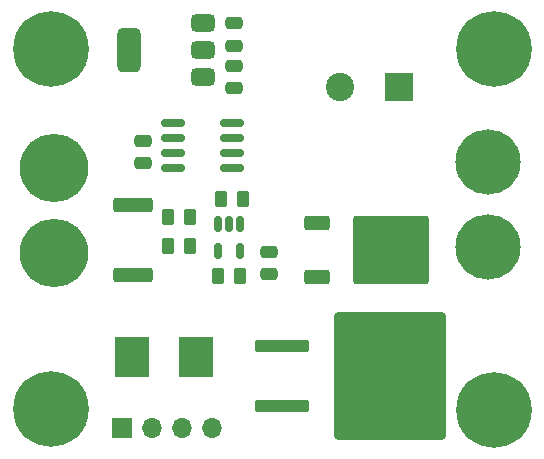
<source format=gbr>
%TF.GenerationSoftware,KiCad,Pcbnew,8.0.6*%
%TF.CreationDate,2024-11-07T10:06:34+11:00*%
%TF.ProjectId,mppt-board,6d707074-2d62-46f6-9172-642e6b696361,rev?*%
%TF.SameCoordinates,Original*%
%TF.FileFunction,Soldermask,Top*%
%TF.FilePolarity,Negative*%
%FSLAX46Y46*%
G04 Gerber Fmt 4.6, Leading zero omitted, Abs format (unit mm)*
G04 Created by KiCad (PCBNEW 8.0.6) date 2024-11-07 10:06:34*
%MOMM*%
%LPD*%
G01*
G04 APERTURE LIST*
G04 Aperture macros list*
%AMRoundRect*
0 Rectangle with rounded corners*
0 $1 Rounding radius*
0 $2 $3 $4 $5 $6 $7 $8 $9 X,Y pos of 4 corners*
0 Add a 4 corners polygon primitive as box body*
4,1,4,$2,$3,$4,$5,$6,$7,$8,$9,$2,$3,0*
0 Add four circle primitives for the rounded corners*
1,1,$1+$1,$2,$3*
1,1,$1+$1,$4,$5*
1,1,$1+$1,$6,$7*
1,1,$1+$1,$8,$9*
0 Add four rect primitives between the rounded corners*
20,1,$1+$1,$2,$3,$4,$5,0*
20,1,$1+$1,$4,$5,$6,$7,0*
20,1,$1+$1,$6,$7,$8,$9,0*
20,1,$1+$1,$8,$9,$2,$3,0*%
G04 Aperture macros list end*
%ADD10R,2.950000X3.500000*%
%ADD11C,5.800000*%
%ADD12RoundRect,0.250000X-0.262500X-0.450000X0.262500X-0.450000X0.262500X0.450000X-0.262500X0.450000X0*%
%ADD13RoundRect,0.150000X-0.150000X0.512500X-0.150000X-0.512500X0.150000X-0.512500X0.150000X0.512500X0*%
%ADD14C,6.400000*%
%ADD15R,2.400000X2.400000*%
%ADD16C,2.400000*%
%ADD17RoundRect,0.150000X-0.825000X-0.150000X0.825000X-0.150000X0.825000X0.150000X-0.825000X0.150000X0*%
%ADD18RoundRect,0.250000X-0.475000X0.250000X-0.475000X-0.250000X0.475000X-0.250000X0.475000X0.250000X0*%
%ADD19R,1.700000X1.700000*%
%ADD20O,1.700000X1.700000*%
%ADD21RoundRect,0.250000X-2.050000X-0.300000X2.050000X-0.300000X2.050000X0.300000X-2.050000X0.300000X0*%
%ADD22RoundRect,0.250002X-4.449998X-5.149998X4.449998X-5.149998X4.449998X5.149998X-4.449998X5.149998X0*%
%ADD23RoundRect,0.250000X-0.850000X-0.350000X0.850000X-0.350000X0.850000X0.350000X-0.850000X0.350000X0*%
%ADD24RoundRect,0.249997X-2.950003X-2.650003X2.950003X-2.650003X2.950003X2.650003X-2.950003X2.650003X0*%
%ADD25RoundRect,0.250000X0.475000X-0.250000X0.475000X0.250000X-0.475000X0.250000X-0.475000X-0.250000X0*%
%ADD26RoundRect,0.375000X0.625000X0.375000X-0.625000X0.375000X-0.625000X-0.375000X0.625000X-0.375000X0*%
%ADD27RoundRect,0.500000X0.500000X1.400000X-0.500000X1.400000X-0.500000X-1.400000X0.500000X-1.400000X0*%
%ADD28RoundRect,0.250000X-1.425000X0.362500X-1.425000X-0.362500X1.425000X-0.362500X1.425000X0.362500X0*%
%ADD29C,5.520000*%
G04 APERTURE END LIST*
D10*
%TO.C,L1*%
X73375000Y-80100000D03*
X78825000Y-80100000D03*
%TD*%
D11*
%TO.C,U4*%
X66800000Y-64100000D03*
X66800000Y-71300000D03*
%TD*%
D12*
%TO.C,R2*%
X76427500Y-68210000D03*
X78252500Y-68210000D03*
%TD*%
D13*
%TO.C,U1*%
X82540000Y-68822500D03*
X81590000Y-68822500D03*
X80640000Y-68822500D03*
X80640000Y-71097500D03*
X82540000Y-71097500D03*
%TD*%
D12*
%TO.C,R5*%
X80677500Y-73210000D03*
X82502500Y-73210000D03*
%TD*%
%TO.C,R4*%
X80927500Y-66710000D03*
X82752500Y-66710000D03*
%TD*%
D14*
%TO.C,H3*%
X66500000Y-84500000D03*
%TD*%
D15*
%TO.C,C2*%
X96000000Y-57200000D03*
D16*
X91000000Y-57200000D03*
%TD*%
D12*
%TO.C,R3*%
X76427500Y-70710000D03*
X78252500Y-70710000D03*
%TD*%
D17*
%TO.C,U3*%
X76865000Y-60305000D03*
X76865000Y-61575000D03*
X76865000Y-62845000D03*
X76865000Y-64115000D03*
X81815000Y-64115000D03*
X81815000Y-62845000D03*
X81815000Y-61575000D03*
X81815000Y-60305000D03*
%TD*%
D18*
%TO.C,C1*%
X84940000Y-71160000D03*
X84940000Y-73060000D03*
%TD*%
D14*
%TO.C,H2*%
X104000000Y-54000000D03*
%TD*%
D19*
%TO.C,J2*%
X72520000Y-86100000D03*
D20*
X75060000Y-86100000D03*
X77600000Y-86100000D03*
X80140000Y-86100000D03*
%TD*%
D18*
%TO.C,C3*%
X74340000Y-61760000D03*
X74340000Y-63660000D03*
%TD*%
D21*
%TO.C,D1*%
X86050000Y-79160000D03*
D22*
X95200000Y-81700000D03*
D21*
X86050000Y-84240000D03*
%TD*%
D14*
%TO.C,H1*%
X66500000Y-54000000D03*
%TD*%
D23*
%TO.C,Q1*%
X89025000Y-68745000D03*
D24*
X95325000Y-71025000D03*
D23*
X89025000Y-73305000D03*
%TD*%
D25*
%TO.C,C4*%
X82000000Y-57350000D03*
X82000000Y-55450000D03*
%TD*%
D18*
%TO.C,C5*%
X82000000Y-51850000D03*
X82000000Y-53750000D03*
%TD*%
D14*
%TO.C,H4*%
X104000000Y-84600000D03*
%TD*%
D26*
%TO.C,U2*%
X79400000Y-56400000D03*
X79400000Y-54100000D03*
D27*
X73100000Y-54100000D03*
D26*
X79400000Y-51800000D03*
%TD*%
D28*
%TO.C,R1*%
X73500000Y-73162500D03*
X73500000Y-67237500D03*
%TD*%
D29*
%TO.C,U5*%
X103500000Y-70800000D03*
X103500000Y-63600000D03*
%TD*%
M02*

</source>
